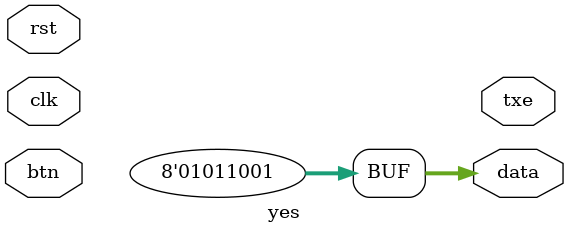
<source format=v>
`timescale 1ns / 1ps

`include "globals.vh"

module yes(
    output [7:0] data,
    output txe,
	 input clk,
	 input rst,
    input btn
    );

assign data = 8'h59;

reg [20:0] counter;
always @(posedge clk)
  if(rst)
    counter <= 21'b0;
  else
    counter <= counter + 1;

assign tx = (counter == 21'b0) & btn;

endmodule

</source>
